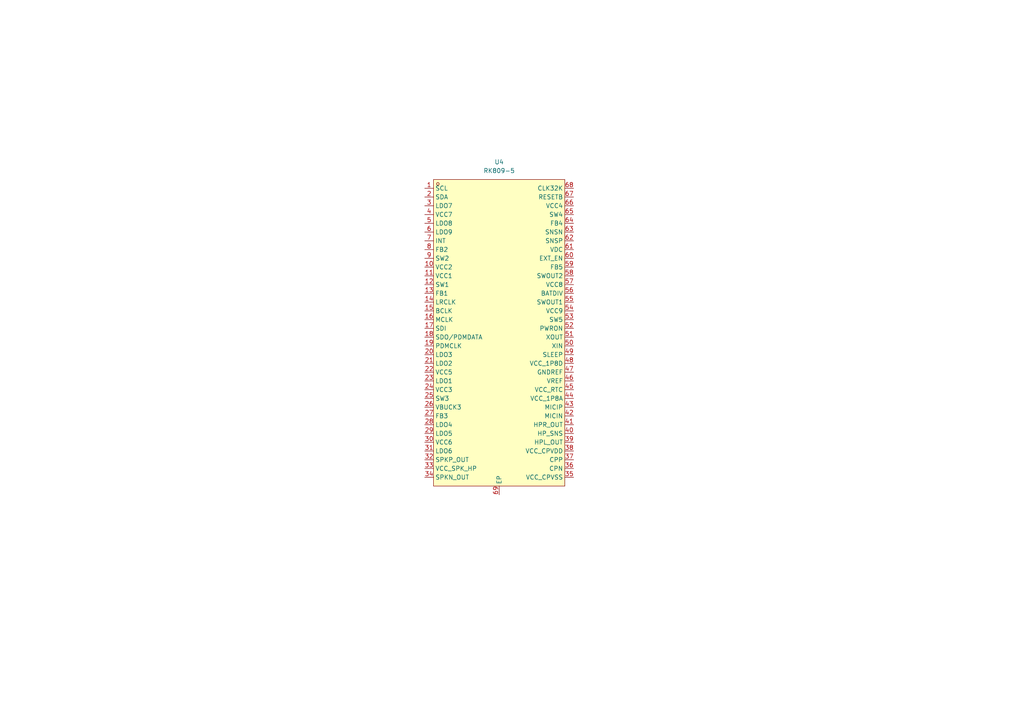
<source format=kicad_sch>
(kicad_sch (version 20250114) (generator "eeschema") (generator_version "9.0")
  (paper "A4")
  (lib_symbols
    (symbol "lcsc:RK809-5"
      (property "Reference" "U" (at 0 46.99 0))
      (property "Value" "RK809-5" (at 0 -52.07 0))
      (symbol "RK809-5_0_1"
        (rectangle (start -19.05 44.45) (end 19.05 -44.45) (fill (type background)))
        (circle (center -17.78 43.18) (radius 0.38))
        (pin unspecified line (at -21.59 41.91 0) (length 2.54) (name "SCL") (number "1"))
        (pin unspecified line (at -21.59 39.37 0) (length 2.54) (name "SDA") (number "2"))
        (pin unspecified line (at -21.59 36.83 0) (length 2.54) (name "LDO7") (number "3"))
        (pin unspecified line (at -21.59 34.29 0) (length 2.54) (name "VCC7") (number "4"))
        (pin unspecified line (at -21.59 31.75 0) (length 2.54) (name "LDO8") (number "5"))
        (pin unspecified line (at -21.59 29.21 0) (length 2.54) (name "LDO9") (number "6"))
        (pin unspecified line (at -21.59 26.67 0) (length 2.54) (name "INT") (number "7"))
        (pin unspecified line (at -21.59 24.13 0) (length 2.54) (name "FB2") (number "8"))
        (pin unspecified line (at -21.59 21.59 0) (length 2.54) (name "SW2") (number "9"))
        (pin unspecified line (at -21.59 19.05 0) (length 2.54) (name "VCC2") (number "10"))
        (pin unspecified line (at -21.59 16.51 0) (length 2.54) (name "VCC1") (number "11"))
        (pin unspecified line (at -21.59 13.97 0) (length 2.54) (name "SW1") (number "12"))
        (pin unspecified line (at -21.59 11.43 0) (length 2.54) (name "FB1") (number "13"))
        (pin unspecified line (at -21.59 8.89 0) (length 2.54) (name "LRCLK") (number "14"))
        (pin unspecified line (at -21.59 6.35 0) (length 2.54) (name "BCLK") (number "15"))
        (pin unspecified line (at -21.59 3.81 0) (length 2.54) (name "MCLK") (number "16"))
        (pin unspecified line (at -21.59 1.27 0) (length 2.54) (name "SDI") (number "17"))
        (pin unspecified line (at -21.59 -1.27 0) (length 2.54) (name "SDO/PDMDATA") (number "18"))
        (pin unspecified line (at -21.59 -3.81 0) (length 2.54) (name "PDMCLK") (number "19"))
        (pin unspecified line (at -21.59 -6.35 0) (length 2.54) (name "LDO3") (number "20"))
        (pin unspecified line (at -21.59 -8.89 0) (length 2.54) (name "LDO2") (number "21"))
        (pin unspecified line (at -21.59 -11.43 0) (length 2.54) (name "VCC5") (number "22"))
        (pin unspecified line (at -21.59 -13.97 0) (length 2.54) (name "LDO1") (number "23"))
        (pin unspecified line (at -21.59 -16.51 0) (length 2.54) (name "VCC3") (number "24"))
        (pin unspecified line (at -21.59 -19.05 0) (length 2.54) (name "SW3") (number "25"))
        (pin unspecified line (at -21.59 -21.59 0) (length 2.54) (name "VBUCK3") (number "26"))
        (pin unspecified line (at -21.59 -24.13 0) (length 2.54) (name "FB3") (number "27"))
        (pin unspecified line (at -21.59 -26.67 0) (length 2.54) (name "LDO4") (number "28"))
        (pin unspecified line (at -21.59 -29.21 0) (length 2.54) (name "LDO5") (number "29"))
        (pin unspecified line (at -21.59 -31.75 0) (length 2.54) (name "VCC6") (number "30"))
        (pin unspecified line (at -21.59 -34.29 0) (length 2.54) (name "LDO6") (number "31"))
        (pin unspecified line (at -21.59 -36.83 0) (length 2.54) (name "SPKP_OUT") (number "32"))
        (pin unspecified line (at -21.59 -39.37 0) (length 2.54) (name "VCC_SPK_HP") (number "33"))
        (pin unspecified line (at -21.59 -41.91 0) (length 2.54) (name "SPKN_OUT") (number "34"))
        (pin unspecified line (at 0 -46.99 90) (length 2.54) (name "EP") (number "69"))
        (pin unspecified line (at 21.59 41.91 180) (length 2.54) (name "CLK32K") (number "68"))
        (pin unspecified line (at 21.59 39.37 180) (length 2.54) (name "RESETB") (number "67"))
        (pin unspecified line (at 21.59 36.83 180) (length 2.54) (name "VCC4") (number "66"))
        (pin unspecified line (at 21.59 34.29 180) (length 2.54) (name "SW4") (number "65"))
        (pin unspecified line (at 21.59 31.75 180) (length 2.54) (name "FB4") (number "64"))
        (pin unspecified line (at 21.59 29.21 180) (length 2.54) (name "SNSN") (number "63"))
        (pin unspecified line (at 21.59 26.67 180) (length 2.54) (name "SNSP") (number "62"))
        (pin unspecified line (at 21.59 24.13 180) (length 2.54) (name "VDC") (number "61"))
        (pin unspecified line (at 21.59 21.59 180) (length 2.54) (name "EXT_EN") (number "60"))
        (pin unspecified line (at 21.59 19.05 180) (length 2.54) (name "FB5") (number "59"))
        (pin unspecified line (at 21.59 16.51 180) (length 2.54) (name "SWOUT2") (number "58"))
        (pin unspecified line (at 21.59 13.97 180) (length 2.54) (name "VCC8") (number "57"))
        (pin unspecified line (at 21.59 11.43 180) (length 2.54) (name "BATDIV") (number "56"))
        (pin unspecified line (at 21.59 8.89 180) (length 2.54) (name "SWOUT1") (number "55"))
        (pin unspecified line (at 21.59 6.35 180) (length 2.54) (name "VCC9") (number "54"))
        (pin unspecified line (at 21.59 3.81 180) (length 2.54) (name "SW5") (number "53"))
        (pin unspecified line (at 21.59 1.27 180) (length 2.54) (name "PWRON") (number "52"))
        (pin unspecified line (at 21.59 -1.27 180) (length 2.54) (name "XOUT") (number "51"))
        (pin unspecified line (at 21.59 -3.81 180) (length 2.54) (name "XIN") (number "50"))
        (pin unspecified line (at 21.59 -6.35 180) (length 2.54) (name "SLEEP") (number "49"))
        (pin unspecified line (at 21.59 -8.89 180) (length 2.54) (name "VCC_1P8D") (number "48"))
        (pin unspecified line (at 21.59 -11.43 180) (length 2.54) (name "GNDREF") (number "47"))
        (pin unspecified line (at 21.59 -13.97 180) (length 2.54) (name "VREF") (number "46"))
        (pin unspecified line (at 21.59 -16.51 180) (length 2.54) (name "VCC_RTC") (number "45"))
        (pin unspecified line (at 21.59 -19.05 180) (length 2.54) (name "VCC_1P8A") (number "44"))
        (pin unspecified line (at 21.59 -21.59 180) (length 2.54) (name "MICIP") (number "43"))
        (pin unspecified line (at 21.59 -24.13 180) (length 2.54) (name "MICIN") (number "42"))
        (pin unspecified line (at 21.59 -26.67 180) (length 2.54) (name "HPR_OUT") (number "41"))
        (pin unspecified line (at 21.59 -29.21 180) (length 2.54) (name "HP_SNS") (number "40"))
        (pin unspecified line (at 21.59 -31.75 180) (length 2.54) (name "HPL_OUT") (number "39"))
        (pin unspecified line (at 21.59 -34.29 180) (length 2.54) (name "VCC_CPVDD") (number "38"))
        (pin unspecified line (at 21.59 -36.83 180) (length 2.54) (name "CPP") (number "37"))
        (pin unspecified line (at 21.59 -39.37 180) (length 2.54) (name "CPN") (number "36"))
        (pin unspecified line (at 21.59 -41.91 180) (length 2.54) (name "VCC_CPVSS") (number "35"))
      )
    )
  )
  (symbol (lib_id "lcsc:RK809-5") (at 144.78 96.52 0) (unit 1)
    (property "Reference" "U4" (at 144.78 46.99 0))
    (property "Value" "RK809-5" (at 144.78 49.53 0))
    (property "Footprint" "lcsc:QFN-68_L7.0-W7.0-P0.35-BL-EP5.5" (effects (hide yes)))
    (property "LCSC Part" "C2939628" (effects (hide yes)))
  )
)
</source>
